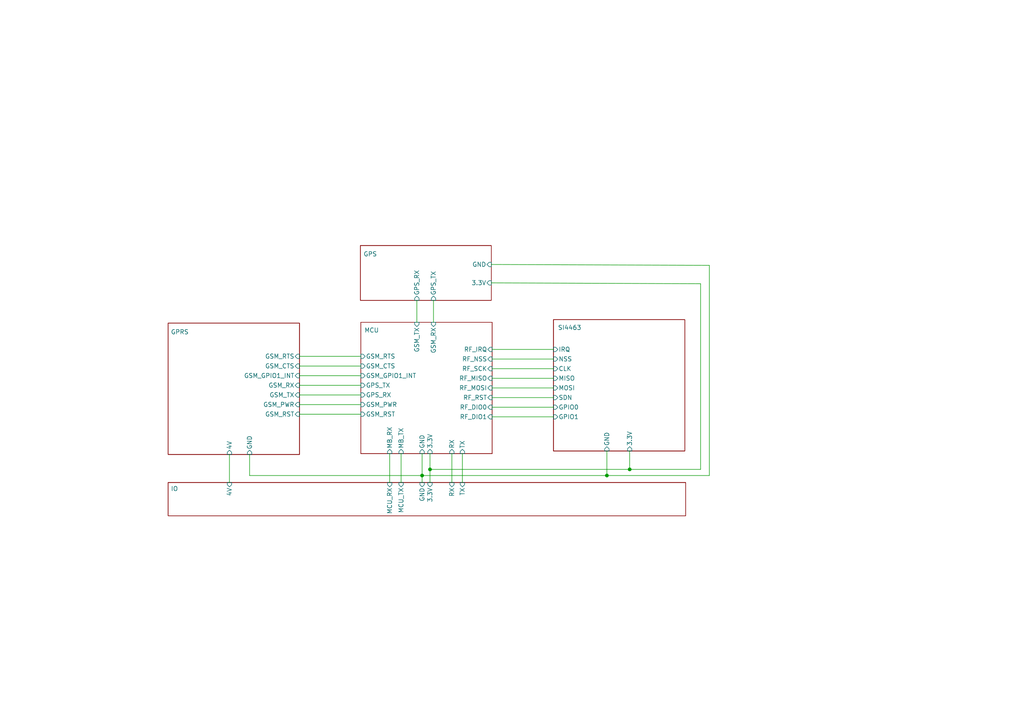
<source format=kicad_sch>
(kicad_sch (version 20211123) (generator eeschema)
  (paper "A4")
  (lib_symbols)
  (junction (at 124.714 136.144))
  (junction (at 182.626 136.144))
  (junction (at 176.022 137.922))
  (junction (at 122.428 137.922))
  (wire (pts (xy 142.748 104.14) (xy 160.528 104.14)))
  (wire (pts (xy 142.494 76.708) (xy 205.74 76.962)))
  (wire (pts (xy 131.064 131.572) (xy 131.064 139.954)))
  (wire (pts (xy 142.748 109.728) (xy 160.528 109.728)))
  (wire (pts (xy 66.548 131.826) (xy 66.548 139.954)))
  (wire (pts (xy 176.022 130.81) (xy 176.022 137.922)))
  (wire (pts (xy 86.868 106.172) (xy 104.648 106.172)))
  (wire (pts (xy 142.748 120.904) (xy 160.528 120.904)))
  (wire (pts (xy 125.73 87.122) (xy 125.73 93.472)))
  (wire (pts (xy 205.74 76.962) (xy 205.74 137.922)))
  (wire (pts (xy 124.714 136.144) (xy 182.626 136.144)))
  (wire (pts (xy 120.904 87.122) (xy 120.904 93.472)))
  (wire (pts (xy 86.868 114.554) (xy 104.648 114.554)))
  (wire (pts (xy 182.626 136.144) (xy 203.2 136.144)))
  (wire (pts (xy 86.868 108.966) (xy 104.648 108.966)))
  (wire (pts (xy 86.868 103.3526) (xy 104.648 103.3526)))
  (wire (pts (xy 134.112 131.572) (xy 134.112 139.954)))
  (wire (pts (xy 86.868 117.348) (xy 104.648 117.348)))
  (wire (pts (xy 142.748 101.346) (xy 160.528 101.346)))
  (wire (pts (xy 142.748 112.522) (xy 160.528 112.522)))
  (wire (pts (xy 86.868 120.142) (xy 104.648 120.142)))
  (wire (pts (xy 142.748 118.11) (xy 160.528 118.11)))
  (wire (pts (xy 72.39 137.922) (xy 122.428 137.922)))
  (wire (pts (xy 203.2 136.144) (xy 203.2 82.296)))
  (wire (pts (xy 72.39 131.826) (xy 72.39 137.922)))
  (wire (pts (xy 142.494 82.042) (xy 203.2 82.296)))
  (wire (pts (xy 124.714 136.144) (xy 124.714 139.954)))
  (wire (pts (xy 124.714 131.572) (xy 124.714 136.144)))
  (wire (pts (xy 116.332 131.572) (xy 116.332 139.954)))
  (wire (pts (xy 86.868 111.76) (xy 104.648 111.76)))
  (wire (pts (xy 122.428 137.922) (xy 176.022 137.922)))
  (wire (pts (xy 113.03 131.572) (xy 113.03 139.954)))
  (wire (pts (xy 122.428 137.922) (xy 122.428 139.954)))
  (wire (pts (xy 142.748 115.316) (xy 160.528 115.316)))
  (wire (pts (xy 122.428 131.572) (xy 122.428 137.922)))
  (wire (pts (xy 182.626 130.81) (xy 182.626 136.144)))
  (wire (pts (xy 142.748 106.934) (xy 160.528 106.934)))
  (wire (pts (xy 176.022 137.922) (xy 205.74 137.922)))
  (sheet (at 48.768 93.726) (size 38.1 38.1)
    (property "Sheet name" "GPRS" (at 49.53 97.028 0) (effects (justify left bottom)))
    (property "Sheet file" "gprs.kicad_sch" (effects hide))
    (pin "GSM_RX" input (at 86.868 111.76 0))
    (pin "GSM_TX" input (at 86.868 114.554 0))
    (pin "GND" input (at 72.39 131.826 270))
    (pin "GSM_PWR" input (at 86.868 117.348 0))
    (pin "GSM_GPIO1_INT" input (at 86.868 108.966 0))
    (pin "GSM_CTS" input (at 86.868 106.172 0))
    (pin "GSM_RTS" input (at 86.868 103.3526 0))
    (pin "4V" input (at 66.548 131.826 270))
    (pin "GSM_RST" input (at 86.868 120.142 0))
  )
  (sheet (at 104.648 93.472) (size 38.1 38.1)
    (property "Sheet name" "MCU" (at 105.664 96.52 0) (effects (justify left bottom)))
    (property "Sheet file" "MCU.kicad_sch" (effects hide))
    (pin "3.3V" input (at 124.714 131.572 270))
    (pin "GND" input (at 122.428 131.572 270))
    (pin "GSM_RTS" input (at 104.648 103.3526 180))
    (pin "GSM_RST" input (at 104.648 120.142 180))
    (pin "RF_RST" input (at 142.748 115.316 0))
    (pin "RF_DIO0" input (at 142.748 118.11 0))
    (pin "RF_DIO1" input (at 142.748 120.904 0))
    (pin "GSM_CTS" input (at 104.648 106.172 180))
    (pin "GSM_PWR" input (at 104.648 117.348 180))
    (pin "GSM_GPIO1_INT" input (at 104.648 108.966 180))
    (pin "GSM_TX" input (at 120.904 93.472 90))
    (pin "GSM_RX" input (at 125.73 93.472 90))
    (pin "RF_NSS" input (at 142.748 104.14 0))
    (pin "RF_SCK" input (at 142.748 106.934 0))
    (pin "RF_MISO" input (at 142.748 109.728 0))
    (pin "RF_MOSI" input (at 142.748 112.522 0))
    (pin "GPS_TX" input (at 104.648 111.76 180))
    (pin "GPS_RX" input (at 104.648 114.554 180))
    (pin "MB_RX" input (at 113.03 131.572 270))
    (pin "MB_TX" input (at 116.332 131.572 270))
    (pin "RF_IRQ" input (at 142.748 101.346 0))
    (pin "RX" input (at 131.064 131.572 270))
    (pin "TX" input (at 134.112 131.572 270))
  )
  (sheet (at 104.521 71.2216) (size 37.973 15.9004)
    (property "Sheet name" "GPS" (at 105.41 74.422 0) (effects (justify left bottom)))
    (property "Sheet file" "GPS.kicad_sch" (effects hide))
    (pin "GPS_TX" input (at 125.73 87.122 270))
    (pin "3.3V" input (at 142.494 82.042 0))
    (pin "GND" input (at 142.494 76.708 0))
    (pin "GPS_RX" input (at 120.904 87.122 270))
  )
  (sheet (at 48.768 139.954) (size 150.114 9.652)
    (property "Sheet name" "IO" (at 49.53 142.494 0) (effects (justify left bottom)))
    (property "Sheet file" "IO.kicad_sch" (effects hide))
    (pin "GND" input (at 122.428 139.954 90))
    (pin "4V" input (at 66.548 139.954 90))
    (pin "3.3V" input (at 124.714 139.954 90))
    (pin "MCU_TX" input (at 116.332 139.954 90))
    (pin "MCU_RX" input (at 113.03 139.954 90))
    (pin "TX" input (at 134.112 139.954 90))
    (pin "RX" input (at 131.064 139.954 90))
  )
  (sheet (at 160.528 92.71) (size 38.1 38.1)
    (property "Sheet name" "SI4463" (at 161.798 95.758 0) (effects (justify left bottom)))
    (property "Sheet file" "file5FC06DBC.kicad_sch" (effects hide))
    (pin "GND" input (at 176.022 130.81 270))
    (pin "3.3V" input (at 182.626 130.81 270))
    (pin "CLK" input (at 160.528 106.934 180))
    (pin "MISO" input (at 160.528 109.728 180))
    (pin "MOSI" input (at 160.528 112.522 180))
    (pin "IRQ" input (at 160.528 101.346 180))
    (pin "SDN" input (at 160.528 115.316 180))
    (pin "GPIO0" input (at 160.528 118.11 180))
    (pin "GPIO1" input (at 160.528 120.904 180))
    (pin "NSS" input (at 160.528 104.14 180))
  )
)
</source>
